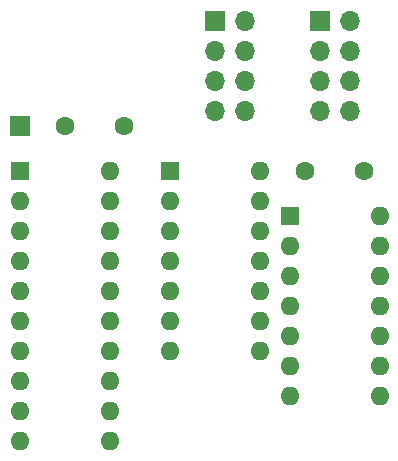
<source format=gbr>
%TF.GenerationSoftware,KiCad,Pcbnew,(5.1.7)-1*%
%TF.CreationDate,2021-10-25T18:28:30+08:00*%
%TF.ProjectId,HCT145Interposer,48435431-3435-4496-9e74-6572706f7365,rev?*%
%TF.SameCoordinates,Original*%
%TF.FileFunction,Soldermask,Bot*%
%TF.FilePolarity,Negative*%
%FSLAX46Y46*%
G04 Gerber Fmt 4.6, Leading zero omitted, Abs format (unit mm)*
G04 Created by KiCad (PCBNEW (5.1.7)-1) date 2021-10-25 18:28:30*
%MOMM*%
%LPD*%
G01*
G04 APERTURE LIST*
%ADD10O,1.700000X1.700000*%
%ADD11R,1.700000X1.700000*%
%ADD12O,1.600000X1.600000*%
%ADD13R,1.600000X1.600000*%
%ADD14C,1.600000*%
G04 APERTURE END LIST*
D10*
%TO.C,J7*%
X129540000Y-88900000D03*
X127000000Y-88900000D03*
X129540000Y-86360000D03*
X127000000Y-86360000D03*
X129540000Y-83820000D03*
X127000000Y-83820000D03*
X129540000Y-81280000D03*
D11*
X127000000Y-81280000D03*
%TD*%
D10*
%TO.C,J8*%
X120650000Y-88900000D03*
X118110000Y-88900000D03*
X120650000Y-86360000D03*
X118110000Y-86360000D03*
X120650000Y-83820000D03*
X118110000Y-83820000D03*
X120650000Y-81280000D03*
D11*
X118110000Y-81280000D03*
%TD*%
D12*
%TO.C,U1*%
X132080000Y-97790000D03*
X124460000Y-113030000D03*
X132080000Y-100330000D03*
X124460000Y-110490000D03*
X132080000Y-102870000D03*
X124460000Y-107950000D03*
X132080000Y-105410000D03*
X124460000Y-105410000D03*
X132080000Y-107950000D03*
X124460000Y-102870000D03*
X132080000Y-110490000D03*
X124460000Y-100330000D03*
X132080000Y-113030000D03*
D13*
X124460000Y-97790000D03*
%TD*%
D12*
%TO.C,U2*%
X109220000Y-93980000D03*
X101600000Y-116840000D03*
X109220000Y-96520000D03*
X101600000Y-114300000D03*
X109220000Y-99060000D03*
X101600000Y-111760000D03*
X109220000Y-101600000D03*
X101600000Y-109220000D03*
X109220000Y-104140000D03*
X101600000Y-106680000D03*
X109220000Y-106680000D03*
X101600000Y-104140000D03*
X109220000Y-109220000D03*
X101600000Y-101600000D03*
X109220000Y-111760000D03*
X101600000Y-99060000D03*
X109220000Y-114300000D03*
X101600000Y-96520000D03*
X109220000Y-116840000D03*
D13*
X101600000Y-93980000D03*
%TD*%
D12*
%TO.C,J3*%
X121920000Y-93980000D03*
X114300000Y-109220000D03*
X121920000Y-96520000D03*
X114300000Y-106680000D03*
X121920000Y-99060000D03*
X114300000Y-104140000D03*
X121920000Y-101600000D03*
X114300000Y-101600000D03*
X121920000Y-104140000D03*
X114300000Y-99060000D03*
X121920000Y-106680000D03*
X114300000Y-96520000D03*
X121920000Y-109220000D03*
D13*
X114300000Y-93980000D03*
%TD*%
D14*
%TO.C,C1*%
X125730000Y-93980000D03*
X130730000Y-93980000D03*
%TD*%
%TO.C,C2*%
X110410000Y-90170000D03*
X105410000Y-90170000D03*
%TD*%
D11*
%TO.C,J1*%
X101600000Y-90170000D03*
%TD*%
M02*

</source>
